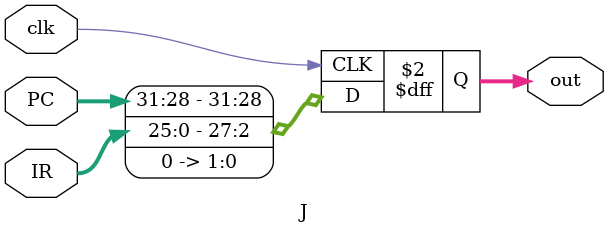
<source format=v>
module J(IR,PC,out,clk);
input[25:0] IR;
input clk;
input[31:28] PC;
output[31:0] out;
reg[31:0] out;
always @(posedge clk)
begin
out<={PC,IR,2'b00};
end
endmodule
</source>
